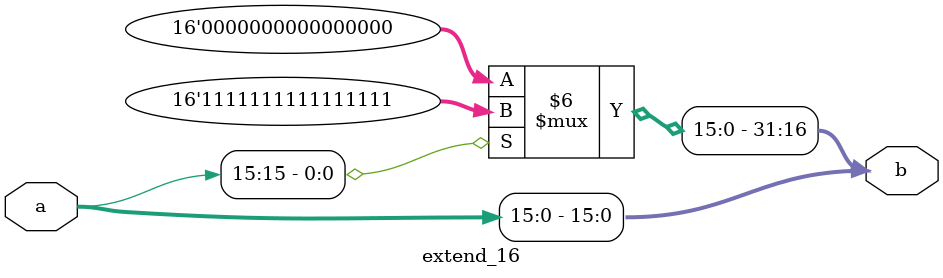
<source format=v>
`timescale 1ns / 1ps
module extend_16(
    input [15:0] a,
    output reg [31:0] b
    );
	always @(a)
	begin:LABEL
		if(a[15] == 1)
		begin 
			b[31:0] = 32'hffffffff;
			b[15:0] = a[15:0];
		end
		else
		begin 
			b[31:0] = 32'h00000000;
			b[15:0] = a[15:0];
		end
	end

endmodule

</source>
